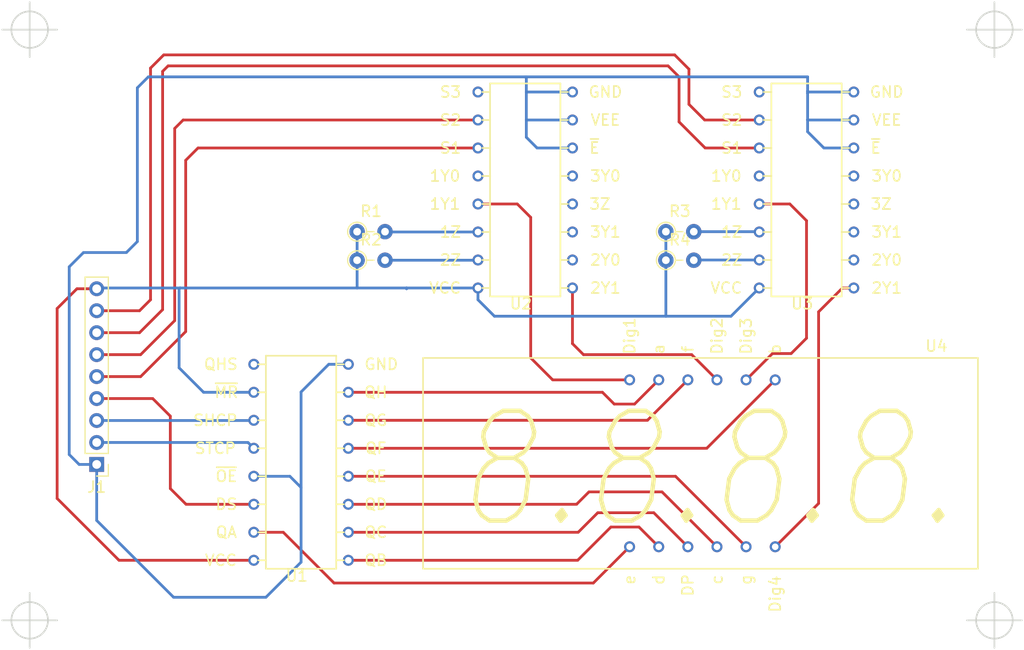
<source format=kicad_pcb>
(kicad_pcb (version 4) (host pcbnew 4.0.6-e0-6349~53~ubuntu14.04.1)

  (general
    (links 39)
    (no_connects 0)
    (area 143.4 75.9 238.3 135.1)
    (thickness 1.6)
    (drawings 8)
    (tracks 162)
    (zones 0)
    (modules 9)
    (nets 39)
  )

  (page A4)
  (layers
    (0 F.Cu signal)
    (31 B.Cu signal)
    (32 B.Adhes user)
    (33 F.Adhes user)
    (34 B.Paste user)
    (35 F.Paste user)
    (36 B.SilkS user)
    (37 F.SilkS user)
    (38 B.Mask user)
    (39 F.Mask user)
    (40 Dwgs.User user)
    (41 Cmts.User user)
    (42 Eco1.User user)
    (43 Eco2.User user)
    (44 Edge.Cuts user)
    (45 Margin user)
    (46 B.CrtYd user)
    (47 F.CrtYd user)
    (48 B.Fab user)
    (49 F.Fab user)
  )

  (setup
    (last_trace_width 0.25)
    (trace_clearance 0.2)
    (zone_clearance 0.508)
    (zone_45_only no)
    (trace_min 0.2)
    (segment_width 0.2)
    (edge_width 0.15)
    (via_size 0.6)
    (via_drill 0.4)
    (via_min_size 0.4)
    (via_min_drill 0.3)
    (uvia_size 0.3)
    (uvia_drill 0.1)
    (uvias_allowed no)
    (uvia_min_size 0.2)
    (uvia_min_drill 0.1)
    (pcb_text_width 0.3)
    (pcb_text_size 1.5 1.5)
    (mod_edge_width 0.15)
    (mod_text_size 1 1)
    (mod_text_width 0.15)
    (pad_size 1.2 0.9)
    (pad_drill 0)
    (pad_to_mask_clearance 0.2)
    (aux_axis_origin 0 0)
    (visible_elements FFFFFF7F)
    (pcbplotparams
      (layerselection 0x00030_80000001)
      (usegerberextensions false)
      (excludeedgelayer true)
      (linewidth 0.100000)
      (plotframeref false)
      (viasonmask false)
      (mode 1)
      (useauxorigin false)
      (hpglpennumber 1)
      (hpglpenspeed 20)
      (hpglpendiameter 15)
      (hpglpenoverlay 2)
      (psnegative false)
      (psa4output false)
      (plotreference true)
      (plotvalue true)
      (plotinvisibletext false)
      (padsonsilk false)
      (subtractmaskfromsilk false)
      (outputformat 1)
      (mirror false)
      (drillshape 1)
      (scaleselection 1)
      (outputdirectory ""))
  )

  (net 0 "")
  (net 1 "Net-(J1-Pad2)")
  (net 2 "Net-(J1-Pad3)")
  (net 3 /D1S)
  (net 4 /D2S)
  (net 5 /D3S)
  (net 6 /D4S)
  (net 7 /VDD)
  (net 8 "Net-(R1-Pad2)")
  (net 9 "Net-(R2-Pad2)")
  (net 10 "Net-(R3-Pad2)")
  (net 11 "Net-(R4-Pad2)")
  (net 12 "Net-(U1-Pad15)")
  (net 13 /GND)
  (net 14 "Net-(U1-Pad9)")
  (net 15 "Net-(U1-Pad7)")
  (net 16 "Net-(U1-Pad6)")
  (net 17 "Net-(U1-Pad5)")
  (net 18 "Net-(U1-Pad3)")
  (net 19 "Net-(U1-Pad4)")
  (net 20 "Net-(U1-Pad2)")
  (net 21 "Net-(U1-Pad1)")
  (net 22 /Dig4)
  (net 23 "Net-(U2-Pad12)")
  (net 24 "Net-(U2-Pad5)")
  (net 25 /Dig2)
  (net 26 "Net-(U2-Pad2)")
  (net 27 /Dig3)
  (net 28 /Dig1)
  (net 29 "Net-(U3-Pad12)")
  (net 30 "Net-(U3-Pad9)")
  (net 31 "Net-(U3-Pad5)")
  (net 32 "Net-(U3-Pad3)")
  (net 33 "Net-(U3-Pad4)")
  (net 34 "Net-(U3-Pad2)")
  (net 35 "Net-(J1-Pad4)")
  (net 36 "Net-(U2-Pad9)")
  (net 37 "Net-(U2-Pad3)")
  (net 38 "Net-(U2-Pad4)")

  (net_class Default "This is the default net class."
    (clearance 0.2)
    (trace_width 0.25)
    (via_dia 0.6)
    (via_drill 0.4)
    (uvia_dia 0.3)
    (uvia_drill 0.1)
    (add_net /D1S)
    (add_net /D2S)
    (add_net /D3S)
    (add_net /D4S)
    (add_net /Dig1)
    (add_net /Dig2)
    (add_net /Dig3)
    (add_net /Dig4)
    (add_net /GND)
    (add_net /VDD)
    (add_net "Net-(J1-Pad2)")
    (add_net "Net-(J1-Pad3)")
    (add_net "Net-(J1-Pad4)")
    (add_net "Net-(R1-Pad2)")
    (add_net "Net-(R2-Pad2)")
    (add_net "Net-(R3-Pad2)")
    (add_net "Net-(R4-Pad2)")
    (add_net "Net-(U1-Pad1)")
    (add_net "Net-(U1-Pad15)")
    (add_net "Net-(U1-Pad2)")
    (add_net "Net-(U1-Pad3)")
    (add_net "Net-(U1-Pad4)")
    (add_net "Net-(U1-Pad5)")
    (add_net "Net-(U1-Pad6)")
    (add_net "Net-(U1-Pad7)")
    (add_net "Net-(U1-Pad9)")
    (add_net "Net-(U2-Pad12)")
    (add_net "Net-(U2-Pad2)")
    (add_net "Net-(U2-Pad3)")
    (add_net "Net-(U2-Pad4)")
    (add_net "Net-(U2-Pad5)")
    (add_net "Net-(U2-Pad9)")
    (add_net "Net-(U3-Pad12)")
    (add_net "Net-(U3-Pad2)")
    (add_net "Net-(U3-Pad3)")
    (add_net "Net-(U3-Pad4)")
    (add_net "Net-(U3-Pad5)")
    (add_net "Net-(U3-Pad9)")
  )

  (module Pin_Headers:Pin_Header_Straight_1x09_Pitch2.00mm (layer F.Cu) (tedit 58CD4EC9) (tstamp 59594A9B)
    (at 151.7 118.2 180)
    (descr "Through hole straight pin header, 1x09, 2.00mm pitch, single row")
    (tags "Through hole pin header THT 1x09 2.00mm single row")
    (path /595778F0)
    (fp_text reference J1 (at 0 -2.06 180) (layer F.SilkS)
      (effects (font (size 1 1) (thickness 0.15)))
    )
    (fp_text value CONN_01X09 (at 0 18.06 180) (layer F.Fab)
      (effects (font (size 1 1) (thickness 0.15)))
    )
    (fp_line (start -1 -1) (end -1 17) (layer F.Fab) (width 0.1))
    (fp_line (start -1 17) (end 1 17) (layer F.Fab) (width 0.1))
    (fp_line (start 1 17) (end 1 -1) (layer F.Fab) (width 0.1))
    (fp_line (start 1 -1) (end -1 -1) (layer F.Fab) (width 0.1))
    (fp_line (start -1.06 1) (end -1.06 17.06) (layer F.SilkS) (width 0.12))
    (fp_line (start -1.06 17.06) (end 1.06 17.06) (layer F.SilkS) (width 0.12))
    (fp_line (start 1.06 17.06) (end 1.06 1) (layer F.SilkS) (width 0.12))
    (fp_line (start 1.06 1) (end -1.06 1) (layer F.SilkS) (width 0.12))
    (fp_line (start -1.06 0) (end -1.06 -1.06) (layer F.SilkS) (width 0.12))
    (fp_line (start -1.06 -1.06) (end 0 -1.06) (layer F.SilkS) (width 0.12))
    (fp_line (start -1.5 -1.5) (end -1.5 17.5) (layer F.CrtYd) (width 0.05))
    (fp_line (start -1.5 17.5) (end 1.5 17.5) (layer F.CrtYd) (width 0.05))
    (fp_line (start 1.5 17.5) (end 1.5 -1.5) (layer F.CrtYd) (width 0.05))
    (fp_line (start 1.5 -1.5) (end -1.5 -1.5) (layer F.CrtYd) (width 0.05))
    (fp_text user %R (at 0 -2.06 180) (layer F.Fab)
      (effects (font (size 1 1) (thickness 0.15)))
    )
    (pad 1 thru_hole rect (at 0 0 180) (size 1.35 1.35) (drill 0.8) (layers *.Cu *.Mask)
      (net 13 /GND))
    (pad 2 thru_hole oval (at 0 2 180) (size 1.35 1.35) (drill 0.8) (layers *.Cu *.Mask)
      (net 1 "Net-(J1-Pad2)"))
    (pad 3 thru_hole oval (at 0 4 180) (size 1.35 1.35) (drill 0.8) (layers *.Cu *.Mask)
      (net 2 "Net-(J1-Pad3)"))
    (pad 4 thru_hole oval (at 0 6 180) (size 1.35 1.35) (drill 0.8) (layers *.Cu *.Mask)
      (net 35 "Net-(J1-Pad4)"))
    (pad 5 thru_hole oval (at 0 8 180) (size 1.35 1.35) (drill 0.8) (layers *.Cu *.Mask)
      (net 3 /D1S))
    (pad 6 thru_hole oval (at 0 10 180) (size 1.35 1.35) (drill 0.8) (layers *.Cu *.Mask)
      (net 4 /D2S))
    (pad 7 thru_hole oval (at 0 12 180) (size 1.35 1.35) (drill 0.8) (layers *.Cu *.Mask)
      (net 5 /D3S))
    (pad 8 thru_hole oval (at 0 14 180) (size 1.35 1.35) (drill 0.8) (layers *.Cu *.Mask)
      (net 6 /D4S))
    (pad 9 thru_hole oval (at 0 16 180) (size 1.35 1.35) (drill 0.8) (layers *.Cu *.Mask)
      (net 7 /VDD))
    (model ${KISYS3DMOD}/Pin_Headers.3dshapes/Pin_Header_Straight_1x09_Pitch2.00mm.wrl
      (at (xyz 0 0 0))
      (scale (xyz 1 1 1))
      (rotate (xyz 0 0 0))
    )
  )

  (module Resistors_THT:R_Axial_DIN0204_L3.6mm_D1.6mm_P2.54mm_Vertical (layer F.Cu) (tedit 5874F706) (tstamp 59594AA9)
    (at 175.4 97)
    (descr "Resistor, Axial_DIN0204 series, Axial, Vertical, pin pitch=2.54mm, 0.16666666666666666W = 1/6W, length*diameter=3.6*1.6mm^2, http://cdn-reichelt.de/documents/datenblatt/B400/1_4W%23YAG.pdf")
    (tags "Resistor Axial_DIN0204 series Axial Vertical pin pitch 2.54mm 0.16666666666666666W = 1/6W length 3.6mm diameter 1.6mm")
    (path /59578BD4)
    (fp_text reference R1 (at 1.27 -1.86) (layer F.SilkS)
      (effects (font (size 1 1) (thickness 0.15)))
    )
    (fp_text value 650 (at 1.27 1.86) (layer F.Fab)
      (effects (font (size 1 1) (thickness 0.15)))
    )
    (fp_circle (center 0 0) (end 0.8 0) (layer F.Fab) (width 0.1))
    (fp_circle (center 0 0) (end 0.86 0) (layer F.SilkS) (width 0.12))
    (fp_line (start 0 0) (end 2.54 0) (layer F.Fab) (width 0.1))
    (fp_line (start 0.86 0) (end 1.54 0) (layer F.SilkS) (width 0.12))
    (fp_line (start -1.15 -1.15) (end -1.15 1.15) (layer F.CrtYd) (width 0.05))
    (fp_line (start -1.15 1.15) (end 3.55 1.15) (layer F.CrtYd) (width 0.05))
    (fp_line (start 3.55 1.15) (end 3.55 -1.15) (layer F.CrtYd) (width 0.05))
    (fp_line (start 3.55 -1.15) (end -1.15 -1.15) (layer F.CrtYd) (width 0.05))
    (pad 1 thru_hole circle (at 0 0) (size 1.4 1.4) (drill 0.7) (layers *.Cu *.Mask)
      (net 7 /VDD))
    (pad 2 thru_hole oval (at 2.54 0) (size 1.4 1.4) (drill 0.7) (layers *.Cu *.Mask)
      (net 8 "Net-(R1-Pad2)"))
    (model Resistors_THT.3dshapes/R_Axial_DIN0204_L3.6mm_D1.6mm_P2.54mm_Vertical.wrl
      (at (xyz 0 0 0))
      (scale (xyz 0.393701 0.393701 0.393701))
      (rotate (xyz 0 0 0))
    )
  )

  (module Resistors_THT:R_Axial_DIN0204_L3.6mm_D1.6mm_P2.54mm_Vertical (layer F.Cu) (tedit 5874F706) (tstamp 59594AB7)
    (at 175.4 99.6)
    (descr "Resistor, Axial_DIN0204 series, Axial, Vertical, pin pitch=2.54mm, 0.16666666666666666W = 1/6W, length*diameter=3.6*1.6mm^2, http://cdn-reichelt.de/documents/datenblatt/B400/1_4W%23YAG.pdf")
    (tags "Resistor Axial_DIN0204 series Axial Vertical pin pitch 2.54mm 0.16666666666666666W = 1/6W length 3.6mm diameter 1.6mm")
    (path /59578B86)
    (fp_text reference R2 (at 1.27 -1.86) (layer F.SilkS)
      (effects (font (size 1 1) (thickness 0.15)))
    )
    (fp_text value 650 (at 1.27 1.86) (layer F.Fab)
      (effects (font (size 1 1) (thickness 0.15)))
    )
    (fp_circle (center 0 0) (end 0.8 0) (layer F.Fab) (width 0.1))
    (fp_circle (center 0 0) (end 0.86 0) (layer F.SilkS) (width 0.12))
    (fp_line (start 0 0) (end 2.54 0) (layer F.Fab) (width 0.1))
    (fp_line (start 0.86 0) (end 1.54 0) (layer F.SilkS) (width 0.12))
    (fp_line (start -1.15 -1.15) (end -1.15 1.15) (layer F.CrtYd) (width 0.05))
    (fp_line (start -1.15 1.15) (end 3.55 1.15) (layer F.CrtYd) (width 0.05))
    (fp_line (start 3.55 1.15) (end 3.55 -1.15) (layer F.CrtYd) (width 0.05))
    (fp_line (start 3.55 -1.15) (end -1.15 -1.15) (layer F.CrtYd) (width 0.05))
    (pad 1 thru_hole circle (at 0 0) (size 1.4 1.4) (drill 0.7) (layers *.Cu *.Mask)
      (net 7 /VDD))
    (pad 2 thru_hole oval (at 2.54 0) (size 1.4 1.4) (drill 0.7) (layers *.Cu *.Mask)
      (net 9 "Net-(R2-Pad2)"))
    (model Resistors_THT.3dshapes/R_Axial_DIN0204_L3.6mm_D1.6mm_P2.54mm_Vertical.wrl
      (at (xyz 0 0 0))
      (scale (xyz 0.393701 0.393701 0.393701))
      (rotate (xyz 0 0 0))
    )
  )

  (module Resistors_THT:R_Axial_DIN0204_L3.6mm_D1.6mm_P2.54mm_Vertical (layer F.Cu) (tedit 5874F706) (tstamp 59594AC5)
    (at 203.5 97)
    (descr "Resistor, Axial_DIN0204 series, Axial, Vertical, pin pitch=2.54mm, 0.16666666666666666W = 1/6W, length*diameter=3.6*1.6mm^2, http://cdn-reichelt.de/documents/datenblatt/B400/1_4W%23YAG.pdf")
    (tags "Resistor Axial_DIN0204 series Axial Vertical pin pitch 2.54mm 0.16666666666666666W = 1/6W length 3.6mm diameter 1.6mm")
    (path /59578911)
    (fp_text reference R3 (at 1.27 -1.86) (layer F.SilkS)
      (effects (font (size 1 1) (thickness 0.15)))
    )
    (fp_text value 650 (at 1.27 1.86) (layer F.Fab)
      (effects (font (size 1 1) (thickness 0.15)))
    )
    (fp_circle (center 0 0) (end 0.8 0) (layer F.Fab) (width 0.1))
    (fp_circle (center 0 0) (end 0.86 0) (layer F.SilkS) (width 0.12))
    (fp_line (start 0 0) (end 2.54 0) (layer F.Fab) (width 0.1))
    (fp_line (start 0.86 0) (end 1.54 0) (layer F.SilkS) (width 0.12))
    (fp_line (start -1.15 -1.15) (end -1.15 1.15) (layer F.CrtYd) (width 0.05))
    (fp_line (start -1.15 1.15) (end 3.55 1.15) (layer F.CrtYd) (width 0.05))
    (fp_line (start 3.55 1.15) (end 3.55 -1.15) (layer F.CrtYd) (width 0.05))
    (fp_line (start 3.55 -1.15) (end -1.15 -1.15) (layer F.CrtYd) (width 0.05))
    (pad 1 thru_hole circle (at 0 0) (size 1.4 1.4) (drill 0.7) (layers *.Cu *.Mask)
      (net 7 /VDD))
    (pad 2 thru_hole oval (at 2.54 0) (size 1.4 1.4) (drill 0.7) (layers *.Cu *.Mask)
      (net 10 "Net-(R3-Pad2)"))
    (model Resistors_THT.3dshapes/R_Axial_DIN0204_L3.6mm_D1.6mm_P2.54mm_Vertical.wrl
      (at (xyz 0 0 0))
      (scale (xyz 0.393701 0.393701 0.393701))
      (rotate (xyz 0 0 0))
    )
  )

  (module Resistors_THT:R_Axial_DIN0204_L3.6mm_D1.6mm_P2.54mm_Vertical (layer F.Cu) (tedit 5874F706) (tstamp 59594AD3)
    (at 203.5 99.6)
    (descr "Resistor, Axial_DIN0204 series, Axial, Vertical, pin pitch=2.54mm, 0.16666666666666666W = 1/6W, length*diameter=3.6*1.6mm^2, http://cdn-reichelt.de/documents/datenblatt/B400/1_4W%23YAG.pdf")
    (tags "Resistor Axial_DIN0204 series Axial Vertical pin pitch 2.54mm 0.16666666666666666W = 1/6W length 3.6mm diameter 1.6mm")
    (path /59578B4B)
    (fp_text reference R4 (at 1.27 -1.86) (layer F.SilkS)
      (effects (font (size 1 1) (thickness 0.15)))
    )
    (fp_text value 650 (at 1.27 1.86) (layer F.Fab)
      (effects (font (size 1 1) (thickness 0.15)))
    )
    (fp_circle (center 0 0) (end 0.8 0) (layer F.Fab) (width 0.1))
    (fp_circle (center 0 0) (end 0.86 0) (layer F.SilkS) (width 0.12))
    (fp_line (start 0 0) (end 2.54 0) (layer F.Fab) (width 0.1))
    (fp_line (start 0.86 0) (end 1.54 0) (layer F.SilkS) (width 0.12))
    (fp_line (start -1.15 -1.15) (end -1.15 1.15) (layer F.CrtYd) (width 0.05))
    (fp_line (start -1.15 1.15) (end 3.55 1.15) (layer F.CrtYd) (width 0.05))
    (fp_line (start 3.55 1.15) (end 3.55 -1.15) (layer F.CrtYd) (width 0.05))
    (fp_line (start 3.55 -1.15) (end -1.15 -1.15) (layer F.CrtYd) (width 0.05))
    (pad 1 thru_hole circle (at 0 0) (size 1.4 1.4) (drill 0.7) (layers *.Cu *.Mask)
      (net 7 /VDD))
    (pad 2 thru_hole oval (at 2.54 0) (size 1.4 1.4) (drill 0.7) (layers *.Cu *.Mask)
      (net 11 "Net-(R4-Pad2)"))
    (model Resistors_THT.3dshapes/R_Axial_DIN0204_L3.6mm_D1.6mm_P2.54mm_Vertical.wrl
      (at (xyz 0 0 0))
      (scale (xyz 0.393701 0.393701 0.393701))
      (rotate (xyz 0 0 0))
    )
  )

  (module SegDispl:74HC595 (layer F.Cu) (tedit 5957B7BC) (tstamp 59594B0B)
    (at 174.6 127.7 180)
    (path /5957B398)
    (fp_text reference U1 (at 4.69 -0.66 180) (layer F.SilkS)
      (effects (font (size 1 1) (thickness 0.15)))
    )
    (fp_text value 74HC595-2 (at 4.44 9.44 270) (layer F.Fab)
      (effects (font (size 1 1) (thickness 0.15)))
    )
    (fp_line (start 8.2 0.77) (end 7.5 0.77) (layer F.SilkS) (width 0.15))
    (fp_line (start 8.2 3.32) (end 7.5 3.32) (layer F.SilkS) (width 0.15))
    (fp_line (start 8.2 5.87) (end 7.5 5.87) (layer F.SilkS) (width 0.15))
    (fp_line (start 8.2 8.42) (end 7.5 8.42) (layer F.SilkS) (width 0.15))
    (fp_line (start 8.2 10.97) (end 7.5 10.97) (layer F.SilkS) (width 0.15))
    (fp_line (start 8.2 13.52) (end 7.5 13.52) (layer F.SilkS) (width 0.15))
    (fp_line (start 8.2 16.07) (end 7.5 16.07) (layer F.SilkS) (width 0.15))
    (fp_line (start 8.2 18.62) (end 7.5 18.62) (layer F.SilkS) (width 0.15))
    (fp_line (start 0.41 18.62) (end 1.1 18.62) (layer F.SilkS) (width 0.15))
    (fp_line (start 0.41 16.07) (end 1.1 16.07) (layer F.SilkS) (width 0.15))
    (fp_line (start 0.41 13.52) (end 1.09 13.52) (layer F.SilkS) (width 0.15))
    (fp_line (start 0.41 10.97) (end 1.1 10.97) (layer F.SilkS) (width 0.15))
    (fp_line (start 0.41 8.42) (end 1.1 8.42) (layer F.SilkS) (width 0.15))
    (fp_line (start 0.41 5.87) (end 1.1 5.87) (layer F.SilkS) (width 0.15))
    (fp_line (start 0.41 3.32) (end 1.1 3.32) (layer F.SilkS) (width 0.15))
    (fp_line (start 0.41 0.77) (end 1.1 0.77) (layer F.SilkS) (width 0.15))
    (fp_text user VCC (at 11.6 0.77 180) (layer F.SilkS)
      (effects (font (size 1 1) (thickness 0.15)))
    )
    (fp_text user QA (at 11.1 3.32 180) (layer F.SilkS)
      (effects (font (size 1 1) (thickness 0.15)))
    )
    (fp_text user DS (at 11.1 5.87 180) (layer F.SilkS)
      (effects (font (size 1 1) (thickness 0.15)))
    )
    (fp_text user ~OE (at 11.1 8.42 180) (layer F.SilkS)
      (effects (font (size 1 1) (thickness 0.15)))
    )
    (fp_text user STCP (at 12.1 10.97 180) (layer F.SilkS)
      (effects (font (size 1 1) (thickness 0.15)))
    )
    (fp_text user SHCP (at 12.1 13.52 180) (layer F.SilkS)
      (effects (font (size 1 1) (thickness 0.15)))
    )
    (fp_text user ~MR (at 11.1 16.07 180) (layer F.SilkS)
      (effects (font (size 1 1) (thickness 0.15)))
    )
    (fp_text user QHS (at 11.6 18.62 180) (layer F.SilkS)
      (effects (font (size 1 1) (thickness 0.15)))
    )
    (fp_text user GND (at -3 18.62 180) (layer F.SilkS)
      (effects (font (size 1 1) (thickness 0.15)))
    )
    (fp_text user QH (at -2.5 16.07 180) (layer F.SilkS)
      (effects (font (size 1 1) (thickness 0.15)))
    )
    (fp_text user QG (at -2.5 13.52 180) (layer F.SilkS)
      (effects (font (size 1 1) (thickness 0.15)))
    )
    (fp_text user QF (at -2.5 10.97 180) (layer F.SilkS)
      (effects (font (size 1 1) (thickness 0.15)))
    )
    (fp_text user QE (at -2.5 8.42 180) (layer F.SilkS)
      (effects (font (size 1 1) (thickness 0.15)))
    )
    (fp_text user QD (at -2.5 5.87 180) (layer F.SilkS)
      (effects (font (size 1 1) (thickness 0.15)))
    )
    (fp_text user QC (at -2.5 3.32 180) (layer F.SilkS)
      (effects (font (size 1 1) (thickness 0.15)))
    )
    (fp_text user QB (at -2.5 0.77 180) (layer F.SilkS)
      (effects (font (size 1 1) (thickness 0.15)))
    )
    (fp_line (start 1.1 0) (end 7.5 0) (layer F.SilkS) (width 0.15))
    (fp_line (start 7.5 0) (end 7.5 19.4) (layer F.SilkS) (width 0.15))
    (fp_line (start 7.5 19.4) (end 1.1 19.4) (layer F.SilkS) (width 0.15))
    (fp_line (start 1.1 19.4) (end 1.1 0) (layer F.SilkS) (width 0.15))
    (pad 16 thru_hole circle (at 8.6 0.77 180) (size 1 1) (drill 0.6) (layers *.Cu *.Mask)
      (net 7 /VDD))
    (pad 15 thru_hole circle (at 8.6 3.32 180) (size 1 1) (drill 0.6) (layers *.Cu *.Mask)
      (net 12 "Net-(U1-Pad15)"))
    (pad 13 thru_hole circle (at 8.6 8.42 180) (size 1 1) (drill 0.6) (layers *.Cu *.Mask)
      (net 13 /GND))
    (pad 14 thru_hole circle (at 8.6 5.87 180) (size 1 1) (drill 0.6) (layers *.Cu *.Mask)
      (net 35 "Net-(J1-Pad4)"))
    (pad 12 thru_hole circle (at 8.6 10.97 180) (size 1 1) (drill 0.6) (layers *.Cu *.Mask)
      (net 1 "Net-(J1-Pad2)"))
    (pad 11 thru_hole circle (at 8.6 13.52 180) (size 1 1) (drill 0.6) (layers *.Cu *.Mask)
      (net 2 "Net-(J1-Pad3)"))
    (pad 9 thru_hole circle (at 8.6 18.62 180) (size 1 1) (drill 0.6) (layers *.Cu *.Mask)
      (net 14 "Net-(U1-Pad9)"))
    (pad 10 thru_hole circle (at 8.6 16.07 180) (size 1 1) (drill 0.6) (layers *.Cu *.Mask)
      (net 7 /VDD))
    (pad 7 thru_hole circle (at 0 16.07 180) (size 1 1) (drill 0.6) (layers *.Cu *.Mask)
      (net 15 "Net-(U1-Pad7)"))
    (pad 8 thru_hole circle (at 0 18.62 180) (size 1 1) (drill 0.6) (layers *.Cu *.Mask)
      (net 13 /GND))
    (pad 6 thru_hole circle (at 0 13.52 180) (size 1 1) (drill 0.6) (layers *.Cu *.Mask)
      (net 16 "Net-(U1-Pad6)"))
    (pad 5 thru_hole circle (at 0 10.97 180) (size 1 1) (drill 0.6) (layers *.Cu *.Mask)
      (net 17 "Net-(U1-Pad5)"))
    (pad 3 thru_hole circle (at 0 5.87 180) (size 1 1) (drill 0.6) (layers *.Cu *.Mask)
      (net 18 "Net-(U1-Pad3)"))
    (pad 4 thru_hole circle (at 0 8.42 180) (size 1 1) (drill 0.6) (layers *.Cu *.Mask)
      (net 19 "Net-(U1-Pad4)"))
    (pad 2 thru_hole circle (at 0 3.32 180) (size 1 1) (drill 0.6) (layers *.Cu *.Mask)
      (net 20 "Net-(U1-Pad2)"))
    (pad 1 thru_hole circle (at 0 0.77 180) (size 1 1) (drill 0.6) (layers *.Cu *.Mask)
      (net 21 "Net-(U1-Pad1)"))
  )

  (module SegDispl:74HC4053 (layer F.Cu) (tedit 595812CC) (tstamp 59594B43)
    (at 195 102.9 180)
    (path /595770CE)
    (fp_text reference U2 (at 4.69 -0.66 180) (layer F.SilkS)
      (effects (font (size 1 1) (thickness 0.15)))
    )
    (fp_text value 74HC4053 (at 4.44 9.44 270) (layer F.Fab)
      (effects (font (size 1 1) (thickness 0.15)))
    )
    (fp_line (start 8.2 0.77) (end 7.5 0.77) (layer F.SilkS) (width 0.15))
    (fp_line (start 8.2 3.32) (end 7.5 3.32) (layer F.SilkS) (width 0.15))
    (fp_line (start 8.2 5.87) (end 7.5 5.87) (layer F.SilkS) (width 0.15))
    (fp_line (start 8.2 8.42) (end 7.5 8.42) (layer F.SilkS) (width 0.15))
    (fp_line (start 8.2 10.97) (end 7.5 10.97) (layer F.SilkS) (width 0.15))
    (fp_line (start 8.2 13.52) (end 7.5 13.52) (layer F.SilkS) (width 0.15))
    (fp_line (start 8.2 16.07) (end 7.5 16.07) (layer F.SilkS) (width 0.15))
    (fp_line (start 8.2 18.62) (end 7.5 18.62) (layer F.SilkS) (width 0.15))
    (fp_line (start 0.41 18.62) (end 1.1 18.62) (layer F.SilkS) (width 0.15))
    (fp_line (start 0.41 16.07) (end 1.1 16.07) (layer F.SilkS) (width 0.15))
    (fp_line (start 0.41 13.52) (end 1.09 13.52) (layer F.SilkS) (width 0.15))
    (fp_line (start 0.41 10.97) (end 1.1 10.97) (layer F.SilkS) (width 0.15))
    (fp_line (start 0.41 8.42) (end 1.1 8.42) (layer F.SilkS) (width 0.15))
    (fp_line (start 0.41 5.87) (end 1.1 5.87) (layer F.SilkS) (width 0.15))
    (fp_line (start 0.41 3.32) (end 1.1 3.32) (layer F.SilkS) (width 0.15))
    (fp_line (start 0.41 0.77) (end 1.1 0.77) (layer F.SilkS) (width 0.15))
    (fp_text user VCC (at 11.6 0.77 180) (layer F.SilkS)
      (effects (font (size 1 1) (thickness 0.15)))
    )
    (fp_text user 2Z (at 11.1 3.32 180) (layer F.SilkS)
      (effects (font (size 1 1) (thickness 0.15)))
    )
    (fp_text user 1Z (at 11.1 5.87 180) (layer F.SilkS)
      (effects (font (size 1 1) (thickness 0.15)))
    )
    (fp_text user 1Y1 (at 11.6 8.42 180) (layer F.SilkS)
      (effects (font (size 1 1) (thickness 0.15)))
    )
    (fp_text user 1Y0 (at 11.6 10.97 180) (layer F.SilkS)
      (effects (font (size 1 1) (thickness 0.15)))
    )
    (fp_text user S1 (at 11.1 13.52 180) (layer F.SilkS)
      (effects (font (size 1 1) (thickness 0.15)))
    )
    (fp_text user S2 (at 11.1 16.07 180) (layer F.SilkS)
      (effects (font (size 1 1) (thickness 0.15)))
    )
    (fp_text user S3 (at 11.1 18.62 180) (layer F.SilkS)
      (effects (font (size 1 1) (thickness 0.15)))
    )
    (fp_text user GND (at -3 18.62 180) (layer F.SilkS)
      (effects (font (size 1 1) (thickness 0.15)))
    )
    (fp_text user VEE (at -3 16.07 180) (layer F.SilkS)
      (effects (font (size 1 1) (thickness 0.15)))
    )
    (fp_text user ~E (at -2 13.52 180) (layer F.SilkS)
      (effects (font (size 1 1) (thickness 0.15)))
    )
    (fp_text user 3Y0 (at -3 10.97 180) (layer F.SilkS)
      (effects (font (size 1 1) (thickness 0.15)))
    )
    (fp_text user 3Z (at -2.5 8.42 180) (layer F.SilkS)
      (effects (font (size 1 1) (thickness 0.15)))
    )
    (fp_text user 3Y1 (at -3 5.87 180) (layer F.SilkS)
      (effects (font (size 1 1) (thickness 0.15)))
    )
    (fp_text user 2Y0 (at -3 3.32 180) (layer F.SilkS)
      (effects (font (size 1 1) (thickness 0.15)))
    )
    (fp_text user 2Y1 (at -3 0.77 180) (layer F.SilkS)
      (effects (font (size 1 1) (thickness 0.15)))
    )
    (fp_line (start 1.1 0) (end 7.5 0) (layer F.SilkS) (width 0.15))
    (fp_line (start 7.5 0) (end 7.5 19.4) (layer F.SilkS) (width 0.15))
    (fp_line (start 7.5 19.4) (end 1.1 19.4) (layer F.SilkS) (width 0.15))
    (fp_line (start 1.1 19.4) (end 1.1 0) (layer F.SilkS) (width 0.15))
    (pad 16 thru_hole circle (at 8.6 0.77 180) (size 1 1) (drill 0.6) (layers *.Cu *.Mask)
      (net 7 /VDD))
    (pad 15 thru_hole circle (at 8.6 3.32 180) (size 1 1) (drill 0.6) (layers *.Cu *.Mask)
      (net 9 "Net-(R2-Pad2)"))
    (pad 13 thru_hole circle (at 8.6 8.42 180) (size 1 1) (drill 0.6) (layers *.Cu *.Mask)
      (net 28 /Dig1))
    (pad 14 thru_hole circle (at 8.6 5.87 180) (size 1 1) (drill 0.6) (layers *.Cu *.Mask)
      (net 8 "Net-(R1-Pad2)"))
    (pad 12 thru_hole circle (at 8.6 10.97 180) (size 1 1) (drill 0.6) (layers *.Cu *.Mask)
      (net 23 "Net-(U2-Pad12)"))
    (pad 11 thru_hole circle (at 8.6 13.52 180) (size 1 1) (drill 0.6) (layers *.Cu *.Mask)
      (net 3 /D1S))
    (pad 9 thru_hole circle (at 8.6 18.62 180) (size 1 1) (drill 0.6) (layers *.Cu *.Mask)
      (net 36 "Net-(U2-Pad9)"))
    (pad 10 thru_hole circle (at 8.6 16.07 180) (size 1 1) (drill 0.6) (layers *.Cu *.Mask)
      (net 4 /D2S))
    (pad 7 thru_hole circle (at 0 16.07 180) (size 1 1) (drill 0.6) (layers *.Cu *.Mask)
      (net 13 /GND))
    (pad 8 thru_hole circle (at 0 18.62 180) (size 1 1) (drill 0.6) (layers *.Cu *.Mask)
      (net 13 /GND))
    (pad 6 thru_hole circle (at 0 13.52 180) (size 1 1) (drill 0.6) (layers *.Cu *.Mask)
      (net 13 /GND))
    (pad 5 thru_hole circle (at 0 10.97 180) (size 1 1) (drill 0.6) (layers *.Cu *.Mask)
      (net 24 "Net-(U2-Pad5)"))
    (pad 3 thru_hole circle (at 0 5.87 180) (size 1 1) (drill 0.6) (layers *.Cu *.Mask)
      (net 37 "Net-(U2-Pad3)"))
    (pad 4 thru_hole circle (at 0 8.42 180) (size 1 1) (drill 0.6) (layers *.Cu *.Mask)
      (net 38 "Net-(U2-Pad4)"))
    (pad 2 thru_hole circle (at 0 3.32 180) (size 1 1) (drill 0.6) (layers *.Cu *.Mask)
      (net 26 "Net-(U2-Pad2)"))
    (pad 1 thru_hole circle (at 0 0.77 180) (size 1 1) (drill 0.6) (layers *.Cu *.Mask)
      (net 25 /Dig2))
  )

  (module SegDispl:74HC4053 (layer F.Cu) (tedit 595812CC) (tstamp 59594B7B)
    (at 220.6 102.9 180)
    (path /5957754E)
    (fp_text reference U3 (at 4.69 -0.66 180) (layer F.SilkS)
      (effects (font (size 1 1) (thickness 0.15)))
    )
    (fp_text value 74HC4053 (at 4.44 9.44 270) (layer F.Fab)
      (effects (font (size 1 1) (thickness 0.15)))
    )
    (fp_line (start 8.2 0.77) (end 7.5 0.77) (layer F.SilkS) (width 0.15))
    (fp_line (start 8.2 3.32) (end 7.5 3.32) (layer F.SilkS) (width 0.15))
    (fp_line (start 8.2 5.87) (end 7.5 5.87) (layer F.SilkS) (width 0.15))
    (fp_line (start 8.2 8.42) (end 7.5 8.42) (layer F.SilkS) (width 0.15))
    (fp_line (start 8.2 10.97) (end 7.5 10.97) (layer F.SilkS) (width 0.15))
    (fp_line (start 8.2 13.52) (end 7.5 13.52) (layer F.SilkS) (width 0.15))
    (fp_line (start 8.2 16.07) (end 7.5 16.07) (layer F.SilkS) (width 0.15))
    (fp_line (start 8.2 18.62) (end 7.5 18.62) (layer F.SilkS) (width 0.15))
    (fp_line (start 0.41 18.62) (end 1.1 18.62) (layer F.SilkS) (width 0.15))
    (fp_line (start 0.41 16.07) (end 1.1 16.07) (layer F.SilkS) (width 0.15))
    (fp_line (start 0.41 13.52) (end 1.09 13.52) (layer F.SilkS) (width 0.15))
    (fp_line (start 0.41 10.97) (end 1.1 10.97) (layer F.SilkS) (width 0.15))
    (fp_line (start 0.41 8.42) (end 1.1 8.42) (layer F.SilkS) (width 0.15))
    (fp_line (start 0.41 5.87) (end 1.1 5.87) (layer F.SilkS) (width 0.15))
    (fp_line (start 0.41 3.32) (end 1.1 3.32) (layer F.SilkS) (width 0.15))
    (fp_line (start 0.41 0.77) (end 1.1 0.77) (layer F.SilkS) (width 0.15))
    (fp_text user VCC (at 11.6 0.77 180) (layer F.SilkS)
      (effects (font (size 1 1) (thickness 0.15)))
    )
    (fp_text user 2Z (at 11.1 3.32 180) (layer F.SilkS)
      (effects (font (size 1 1) (thickness 0.15)))
    )
    (fp_text user 1Z (at 11.1 5.87 180) (layer F.SilkS)
      (effects (font (size 1 1) (thickness 0.15)))
    )
    (fp_text user 1Y1 (at 11.6 8.42 180) (layer F.SilkS)
      (effects (font (size 1 1) (thickness 0.15)))
    )
    (fp_text user 1Y0 (at 11.6 10.97 180) (layer F.SilkS)
      (effects (font (size 1 1) (thickness 0.15)))
    )
    (fp_text user S1 (at 11.1 13.52 180) (layer F.SilkS)
      (effects (font (size 1 1) (thickness 0.15)))
    )
    (fp_text user S2 (at 11.1 16.07 180) (layer F.SilkS)
      (effects (font (size 1 1) (thickness 0.15)))
    )
    (fp_text user S3 (at 11.1 18.62 180) (layer F.SilkS)
      (effects (font (size 1 1) (thickness 0.15)))
    )
    (fp_text user GND (at -3 18.62 180) (layer F.SilkS)
      (effects (font (size 1 1) (thickness 0.15)))
    )
    (fp_text user VEE (at -3 16.07 180) (layer F.SilkS)
      (effects (font (size 1 1) (thickness 0.15)))
    )
    (fp_text user ~E (at -2 13.52 180) (layer F.SilkS)
      (effects (font (size 1 1) (thickness 0.15)))
    )
    (fp_text user 3Y0 (at -3 10.97 180) (layer F.SilkS)
      (effects (font (size 1 1) (thickness 0.15)))
    )
    (fp_text user 3Z (at -2.5 8.42 180) (layer F.SilkS)
      (effects (font (size 1 1) (thickness 0.15)))
    )
    (fp_text user 3Y1 (at -3 5.87 180) (layer F.SilkS)
      (effects (font (size 1 1) (thickness 0.15)))
    )
    (fp_text user 2Y0 (at -3 3.32 180) (layer F.SilkS)
      (effects (font (size 1 1) (thickness 0.15)))
    )
    (fp_text user 2Y1 (at -3 0.77 180) (layer F.SilkS)
      (effects (font (size 1 1) (thickness 0.15)))
    )
    (fp_line (start 1.1 0) (end 7.5 0) (layer F.SilkS) (width 0.15))
    (fp_line (start 7.5 0) (end 7.5 19.4) (layer F.SilkS) (width 0.15))
    (fp_line (start 7.5 19.4) (end 1.1 19.4) (layer F.SilkS) (width 0.15))
    (fp_line (start 1.1 19.4) (end 1.1 0) (layer F.SilkS) (width 0.15))
    (pad 16 thru_hole circle (at 8.6 0.77 180) (size 1 1) (drill 0.6) (layers *.Cu *.Mask)
      (net 7 /VDD))
    (pad 15 thru_hole circle (at 8.6 3.32 180) (size 1 1) (drill 0.6) (layers *.Cu *.Mask)
      (net 11 "Net-(R4-Pad2)"))
    (pad 13 thru_hole circle (at 8.6 8.42 180) (size 1 1) (drill 0.6) (layers *.Cu *.Mask)
      (net 27 /Dig3))
    (pad 14 thru_hole circle (at 8.6 5.87 180) (size 1 1) (drill 0.6) (layers *.Cu *.Mask)
      (net 10 "Net-(R3-Pad2)"))
    (pad 12 thru_hole circle (at 8.6 10.97 180) (size 1 1) (drill 0.6) (layers *.Cu *.Mask)
      (net 29 "Net-(U3-Pad12)"))
    (pad 11 thru_hole circle (at 8.6 13.52 180) (size 1 1) (drill 0.6) (layers *.Cu *.Mask)
      (net 5 /D3S))
    (pad 9 thru_hole circle (at 8.6 18.62 180) (size 1 1) (drill 0.6) (layers *.Cu *.Mask)
      (net 30 "Net-(U3-Pad9)"))
    (pad 10 thru_hole circle (at 8.6 16.07 180) (size 1 1) (drill 0.6) (layers *.Cu *.Mask)
      (net 6 /D4S))
    (pad 7 thru_hole circle (at 0 16.07 180) (size 1 1) (drill 0.6) (layers *.Cu *.Mask)
      (net 13 /GND))
    (pad 8 thru_hole circle (at 0 18.62 180) (size 1 1) (drill 0.6) (layers *.Cu *.Mask)
      (net 13 /GND))
    (pad 6 thru_hole circle (at 0 13.52 180) (size 1 1) (drill 0.6) (layers *.Cu *.Mask)
      (net 13 /GND))
    (pad 5 thru_hole circle (at 0 10.97 180) (size 1 1) (drill 0.6) (layers *.Cu *.Mask)
      (net 31 "Net-(U3-Pad5)"))
    (pad 3 thru_hole circle (at 0 5.87 180) (size 1 1) (drill 0.6) (layers *.Cu *.Mask)
      (net 32 "Net-(U3-Pad3)"))
    (pad 4 thru_hole circle (at 0 8.42 180) (size 1 1) (drill 0.6) (layers *.Cu *.Mask)
      (net 33 "Net-(U3-Pad4)"))
    (pad 2 thru_hole circle (at 0 3.32 180) (size 1 1) (drill 0.6) (layers *.Cu *.Mask)
      (net 34 "Net-(U3-Pad2)"))
    (pad 1 thru_hole circle (at 0 0.77 180) (size 1 1) (drill 0.6) (layers *.Cu *.Mask)
      (net 22 /Dig4))
  )

  (module SegDispl:FJ-5461BH (layer F.Cu) (tedit 59581C57) (tstamp 59594B9C)
    (at 181.4 108.5)
    (path /5957766B)
    (fp_text reference U4 (at 46.72 -1.08) (layer F.SilkS)
      (effects (font (size 1 1) (thickness 0.15)))
    )
    (fp_text value FJ-5461BH (at 44.95 17.77) (layer F.Fab)
      (effects (font (size 1 1) (thickness 0.15)))
    )
    (fp_text user 8.8.8.8. (at 25.92 10.21) (layer F.SilkS)
      (effects (font (size 10 8) (thickness 0.4) italic))
    )
    (fp_text user e (at 18.8 20.2 90) (layer F.SilkS)
      (effects (font (size 1 1) (thickness 0.15)))
    )
    (fp_text user d (at 21.45 20.2 90) (layer F.SilkS)
      (effects (font (size 1 1) (thickness 0.15)))
    )
    (fp_text user DP (at 24.1 20.7 90) (layer F.SilkS)
      (effects (font (size 1 1) (thickness 0.15)))
    )
    (fp_text user c (at 26.75 20.2 90) (layer F.SilkS)
      (effects (font (size 1 1) (thickness 0.15)))
    )
    (fp_text user Dig4 (at 32.05 21.5 90) (layer F.SilkS)
      (effects (font (size 1 1) (thickness 0.15)))
    )
    (fp_text user g (at 29.4 20.2 90) (layer F.SilkS)
      (effects (font (size 1 1) (thickness 0.15)))
    )
    (fp_text user b (at 32.05 -0.8 90) (layer F.SilkS)
      (effects (font (size 1 1) (thickness 0.15)))
    )
    (fp_text user f (at 24.1 -0.8 90) (layer F.SilkS)
      (effects (font (size 1 1) (thickness 0.15)))
    )
    (fp_text user a (at 21.45 -0.8 90) (layer F.SilkS)
      (effects (font (size 1 1) (thickness 0.15)))
    )
    (fp_text user Dig3 (at 29.4 -2 90) (layer F.SilkS)
      (effects (font (size 1 1) (thickness 0.15)))
    )
    (fp_text user Dig2 (at 26.75 -2 90) (layer F.SilkS)
      (effects (font (size 1 1) (thickness 0.15)))
    )
    (fp_text user Dig1 (at 18.8 -2 90) (layer F.SilkS)
      (effects (font (size 1 1) (thickness 0.15)))
    )
    (fp_line (start 0 0) (end 50.5 0) (layer F.SilkS) (width 0.15))
    (fp_line (start 50.5 0) (end 50.5 19.2) (layer F.SilkS) (width 0.15))
    (fp_line (start 50.5 19.2) (end 0 19.2) (layer F.SilkS) (width 0.15))
    (fp_line (start 0 19.2) (end 0 0) (layer F.SilkS) (width 0.15))
    (pad 7 thru_hole circle (at 32.05 2) (size 1 1) (drill 0.6) (layers *.Cu *.Mask)
      (net 17 "Net-(U1-Pad5)"))
    (pad 8 thru_hole circle (at 29.4 2) (size 1 1) (drill 0.6) (layers *.Cu *.Mask)
      (net 27 /Dig3))
    (pad 9 thru_hole circle (at 26.75 2) (size 1 1) (drill 0.6) (layers *.Cu *.Mask)
      (net 25 /Dig2))
    (pad 10 thru_hole circle (at 24.1 2) (size 1 1) (drill 0.6) (layers *.Cu *.Mask)
      (net 16 "Net-(U1-Pad6)"))
    (pad 11 thru_hole circle (at 21.45 2) (size 1 1) (drill 0.6) (layers *.Cu *.Mask)
      (net 15 "Net-(U1-Pad7)"))
    (pad 12 thru_hole circle (at 18.8 2) (size 1 1) (drill 0.6) (layers *.Cu *.Mask)
      (net 28 /Dig1))
    (pad 1 thru_hole circle (at 18.8 17.2) (size 1 1) (drill 0.6) (layers *.Cu *.Mask)
      (net 12 "Net-(U1-Pad15)"))
    (pad 2 thru_hole circle (at 21.45 17.2) (size 1 1) (drill 0.6) (layers *.Cu *.Mask)
      (net 21 "Net-(U1-Pad1)"))
    (pad 3 thru_hole circle (at 24.1 17.2) (size 1 1) (drill 0.6) (layers *.Cu *.Mask)
      (net 20 "Net-(U1-Pad2)"))
    (pad 4 thru_hole circle (at 26.75 17.2) (size 1 1) (drill 0.6) (layers *.Cu *.Mask)
      (net 18 "Net-(U1-Pad3)"))
    (pad 5 thru_hole circle (at 29.4 17.2) (size 1 1) (drill 0.6) (layers *.Cu *.Mask)
      (net 19 "Net-(U1-Pad4)"))
    (pad 6 thru_hole circle (at 32.05 17.2) (size 1 1) (drill 0.6) (layers *.Cu *.Mask)
      (net 22 /Dig4))
  )

  (target plus (at 233.4 78.6) (size 5) (width 0.15) (layer Edge.Cuts))
  (target plus (at 233.4 132.4) (size 5) (width 0.15) (layer Edge.Cuts))
  (target plus (at 145.6 132.4) (size 5) (width 0.15) (layer Edge.Cuts))
  (target plus (at 145.6 78.6) (size 5) (width 0.15) (layer Edge.Cuts))
  (gr_line (start 143 135) (end 143 76) (angle 90) (layer Cmts.User) (width 0.2))
  (gr_line (start 236 135) (end 143 135) (angle 90) (layer Cmts.User) (width 0.2))
  (gr_line (start 236 76) (end 236 135) (angle 90) (layer Cmts.User) (width 0.2))
  (gr_line (start 143 76) (end 236 76) (angle 90) (layer Cmts.User) (width 0.2))

  (segment (start 151.7 116.2) (end 165.47 116.2) (width 0.25) (layer B.Cu) (net 1))
  (segment (start 165.47 116.2) (end 166 116.73) (width 0.25) (layer B.Cu) (net 1) (tstamp 59595059))
  (segment (start 151.7 114.2) (end 165.98 114.2) (width 0.25) (layer B.Cu) (net 2))
  (segment (start 165.98 114.2) (end 166 114.18) (width 0.25) (layer B.Cu) (net 2) (tstamp 59595056))
  (segment (start 186.4 89.38) (end 160.92 89.38) (width 0.25) (layer F.Cu) (net 3))
  (segment (start 155.7 110.2) (end 151.7 110.2) (width 0.25) (layer F.Cu) (net 3) (tstamp 595956AF))
  (segment (start 159.8 106.1) (end 155.7 110.2) (width 0.25) (layer F.Cu) (net 3) (tstamp 595956A5))
  (segment (start 159.8 90.5) (end 159.8 106.1) (width 0.25) (layer F.Cu) (net 3) (tstamp 5959569C))
  (segment (start 160.92 89.38) (end 159.8 90.5) (width 0.25) (layer F.Cu) (net 3) (tstamp 59595696))
  (segment (start 151.7 108.2) (end 155.7 108.2) (width 0.25) (layer F.Cu) (net 4))
  (segment (start 159.57 86.83) (end 186.4 86.83) (width 0.25) (layer F.Cu) (net 4) (tstamp 59595692))
  (segment (start 158.8 87.6) (end 159.57 86.83) (width 0.25) (layer F.Cu) (net 4) (tstamp 5959567B))
  (segment (start 158.8 105.1) (end 158.8 87.6) (width 0.25) (layer F.Cu) (net 4) (tstamp 59595675))
  (segment (start 155.7 108.2) (end 158.8 105.1) (width 0.25) (layer F.Cu) (net 4) (tstamp 59595665))
  (segment (start 151.7 106.2) (end 155.6 106.2) (width 0.25) (layer F.Cu) (net 5))
  (segment (start 207.08 89.38) (end 212 89.38) (width 0.25) (layer F.Cu) (net 5) (tstamp 5959565F))
  (segment (start 204.7 87) (end 207.08 89.38) (width 0.25) (layer F.Cu) (net 5) (tstamp 5959565C))
  (segment (start 204.7 82.9) (end 204.7 87) (width 0.25) (layer F.Cu) (net 5) (tstamp 59595657))
  (segment (start 203.7 81.9) (end 204.7 82.9) (width 0.25) (layer F.Cu) (net 5) (tstamp 59595653))
  (segment (start 158.2 81.9) (end 203.7 81.9) (width 0.25) (layer F.Cu) (net 5) (tstamp 5959564D))
  (segment (start 157.7 82.4) (end 158.2 81.9) (width 0.25) (layer F.Cu) (net 5) (tstamp 59595640))
  (segment (start 157.7 104.1) (end 157.7 82.4) (width 0.25) (layer F.Cu) (net 5) (tstamp 59595637))
  (segment (start 155.6 106.2) (end 157.7 104.1) (width 0.25) (layer F.Cu) (net 5) (tstamp 59595636))
  (segment (start 212 86.83) (end 207.03 86.83) (width 0.25) (layer F.Cu) (net 6))
  (segment (start 155.6 104.2) (end 151.7 104.2) (width 0.25) (layer F.Cu) (net 6) (tstamp 59595632))
  (segment (start 156.6 103.2) (end 155.6 104.2) (width 0.25) (layer F.Cu) (net 6) (tstamp 5959562D))
  (segment (start 156.6 82.1) (end 156.6 103.2) (width 0.25) (layer F.Cu) (net 6) (tstamp 59595618))
  (segment (start 157.8 80.9) (end 156.6 82.1) (width 0.25) (layer F.Cu) (net 6) (tstamp 59595614))
  (segment (start 204.3 80.9) (end 157.8 80.9) (width 0.25) (layer F.Cu) (net 6) (tstamp 5959560B))
  (segment (start 205.6 82.2) (end 204.3 80.9) (width 0.25) (layer F.Cu) (net 6) (tstamp 59595609))
  (segment (start 205.6 85.4) (end 205.6 82.2) (width 0.25) (layer F.Cu) (net 6) (tstamp 59595606))
  (segment (start 207.03 86.83) (end 205.6 85.4) (width 0.25) (layer F.Cu) (net 6) (tstamp 59595600))
  (segment (start 159.3 102.13) (end 151.77 102.13) (width 0.25) (layer B.Cu) (net 7))
  (segment (start 151.77 102.13) (end 151.7 102.2) (width 0.25) (layer B.Cu) (net 7) (tstamp 59595BC5))
  (segment (start 166 126.93) (end 153.73 126.93) (width 0.25) (layer F.Cu) (net 7))
  (segment (start 149.9 102.2) (end 151.7 102.2) (width 0.25) (layer F.Cu) (net 7) (tstamp 59595B88))
  (segment (start 148.1 104) (end 149.9 102.2) (width 0.25) (layer F.Cu) (net 7) (tstamp 59595B85))
  (segment (start 148.1 121.3) (end 148.1 104) (width 0.25) (layer F.Cu) (net 7) (tstamp 59595B7F))
  (segment (start 153.73 126.93) (end 148.1 121.3) (width 0.25) (layer F.Cu) (net 7) (tstamp 59595B7A))
  (segment (start 175.4 99.6) (end 175.4 97) (width 0.25) (layer B.Cu) (net 7))
  (segment (start 175.4 99.6) (end 175.4 102.13) (width 0.25) (layer B.Cu) (net 7))
  (segment (start 175.4 102.13) (end 175.4 102.1) (width 0.25) (layer B.Cu) (net 7) (tstamp 595955E5))
  (segment (start 175.4 102.1) (end 175.4 102.13) (width 0.25) (layer B.Cu) (net 7) (tstamp 595955E7))
  (segment (start 179.9 102.13) (end 179.9 102.2) (width 0.25) (layer B.Cu) (net 7) (tstamp 595955C6))
  (segment (start 179.9 102.2) (end 179.9 102.13) (width 0.25) (layer B.Cu) (net 7) (tstamp 595955D5))
  (segment (start 186.4 102.13) (end 179.9 102.13) (width 0.25) (layer B.Cu) (net 7))
  (segment (start 179.9 102.13) (end 175.4 102.13) (width 0.25) (layer B.Cu) (net 7) (tstamp 595955D6))
  (segment (start 175.4 102.13) (end 159.3 102.13) (width 0.25) (layer B.Cu) (net 7) (tstamp 595955E8))
  (segment (start 159.3 102.13) (end 159.27 102.13) (width 0.25) (layer B.Cu) (net 7) (tstamp 59595BC3))
  (segment (start 159.27 102.13) (end 159.2 102.2) (width 0.25) (layer B.Cu) (net 7) (tstamp 5959557E))
  (segment (start 161.43 111.63) (end 166 111.63) (width 0.25) (layer B.Cu) (net 7) (tstamp 59595579))
  (segment (start 159.2 102.2) (end 159.2 109.4) (width 0.25) (layer B.Cu) (net 7) (tstamp 59595571))
  (segment (start 159.2 109.4) (end 161.43 111.63) (width 0.25) (layer B.Cu) (net 7) (tstamp 59595575))
  (segment (start 203.5 97) (end 203.5 99.6) (width 0.25) (layer B.Cu) (net 7))
  (segment (start 203.5 99.6) (end 203.5 104.7) (width 0.25) (layer B.Cu) (net 7))
  (segment (start 186.4 102.13) (end 186.4 103.2) (width 0.25) (layer B.Cu) (net 7))
  (segment (start 209.43 104.7) (end 212 102.13) (width 0.25) (layer B.Cu) (net 7) (tstamp 5959515F))
  (segment (start 187.9 104.7) (end 203.5 104.7) (width 0.25) (layer B.Cu) (net 7) (tstamp 5959515D))
  (segment (start 203.5 104.7) (end 209.43 104.7) (width 0.25) (layer B.Cu) (net 7) (tstamp 59595165))
  (segment (start 186.4 103.2) (end 187.9 104.7) (width 0.25) (layer B.Cu) (net 7) (tstamp 5959515B))
  (segment (start 186.33 102.2) (end 186.4 102.13) (width 0.25) (layer F.Cu) (net 7) (tstamp 59595144))
  (segment (start 186.4 97.03) (end 177.97 97.03) (width 0.25) (layer B.Cu) (net 8))
  (segment (start 177.97 97.03) (end 177.94 97) (width 0.25) (layer B.Cu) (net 8) (tstamp 595955E2))
  (segment (start 186.37 97) (end 186.4 97.03) (width 0.25) (layer F.Cu) (net 8) (tstamp 59595155))
  (segment (start 177.94 99.6) (end 186.38 99.6) (width 0.25) (layer B.Cu) (net 9))
  (segment (start 186.38 99.6) (end 186.4 99.58) (width 0.25) (layer B.Cu) (net 9) (tstamp 595955DF))
  (segment (start 186.38 99.6) (end 186.4 99.58) (width 0.25) (layer F.Cu) (net 9) (tstamp 59595158))
  (segment (start 206.04 97) (end 211.97 97) (width 0.25) (layer B.Cu) (net 10))
  (segment (start 211.97 97) (end 212 97.03) (width 0.25) (layer B.Cu) (net 10) (tstamp 59595169))
  (segment (start 212 99.58) (end 206.06 99.58) (width 0.25) (layer B.Cu) (net 11))
  (segment (start 206.06 99.58) (end 206.04 99.6) (width 0.25) (layer B.Cu) (net 11) (tstamp 5959516C))
  (segment (start 166 124.38) (end 168.68 124.38) (width 0.25) (layer F.Cu) (net 12))
  (segment (start 196.9 129) (end 200.2 125.7) (width 0.25) (layer F.Cu) (net 12) (tstamp 5959507A))
  (segment (start 173.3 129) (end 196.9 129) (width 0.25) (layer F.Cu) (net 12) (tstamp 59595078))
  (segment (start 168.68 124.38) (end 173.3 129) (width 0.25) (layer F.Cu) (net 12) (tstamp 59595076))
  (segment (start 190.8 82.9) (end 216.4 82.9) (width 0.25) (layer B.Cu) (net 13))
  (segment (start 216.4 82.9) (end 216.4 84.4) (width 0.25) (layer B.Cu) (net 13) (tstamp 59595C79))
  (segment (start 151.7 118.2) (end 150.1 118.2) (width 0.25) (layer B.Cu) (net 13))
  (segment (start 156.4 82.9) (end 190.8 82.9) (width 0.25) (layer B.Cu) (net 13) (tstamp 59595C62))
  (segment (start 155.4 83.9) (end 156.4 82.9) (width 0.25) (layer B.Cu) (net 13) (tstamp 59595C60))
  (segment (start 155.4 97.9) (end 155.4 83.9) (width 0.25) (layer B.Cu) (net 13) (tstamp 59595C57))
  (segment (start 154.4 98.9) (end 155.4 97.9) (width 0.25) (layer B.Cu) (net 13) (tstamp 59595C51))
  (segment (start 150.5 98.9) (end 154.4 98.9) (width 0.25) (layer B.Cu) (net 13) (tstamp 59595C47))
  (segment (start 149.2 100.2) (end 150.5 98.9) (width 0.25) (layer B.Cu) (net 13) (tstamp 59595C43))
  (segment (start 149.2 117.3) (end 149.2 100.2) (width 0.25) (layer B.Cu) (net 13) (tstamp 59595C3B))
  (segment (start 150.1 118.2) (end 149.2 117.3) (width 0.25) (layer B.Cu) (net 13) (tstamp 59595C39))
  (segment (start 190.8 82.9) (end 190.7 82.9) (width 0.25) (layer B.Cu) (net 13) (tstamp 59595C66))
  (segment (start 190.7 82.9) (end 190.8 82.9) (width 0.25) (layer B.Cu) (net 13) (tstamp 59595C6D))
  (segment (start 195 86.83) (end 190.8 86.83) (width 0.25) (layer B.Cu) (net 13))
  (segment (start 190.8 86.83) (end 190.8 86.8) (width 0.25) (layer B.Cu) (net 13) (tstamp 595957D6))
  (segment (start 195 84.28) (end 190.8 84.28) (width 0.25) (layer B.Cu) (net 13))
  (segment (start 190.8 84.28) (end 190.8 84.3) (width 0.25) (layer B.Cu) (net 13) (tstamp 595957D1))
  (segment (start 195 89.38) (end 191.78 89.38) (width 0.25) (layer B.Cu) (net 13))
  (segment (start 190.8 88.4) (end 190.8 86.8) (width 0.25) (layer B.Cu) (net 13) (tstamp 595957C7))
  (segment (start 190.8 86.8) (end 190.8 84.3) (width 0.25) (layer B.Cu) (net 13) (tstamp 595957D9))
  (segment (start 190.8 84.3) (end 190.8 82.9) (width 0.25) (layer B.Cu) (net 13) (tstamp 595957D4))
  (segment (start 191.78 89.38) (end 190.8 88.4) (width 0.25) (layer B.Cu) (net 13) (tstamp 595957C5))
  (segment (start 220.6 86.83) (end 216.4 86.83) (width 0.25) (layer B.Cu) (net 13))
  (segment (start 216.4 86.83) (end 216.4 86.8) (width 0.25) (layer B.Cu) (net 13) (tstamp 59595722))
  (segment (start 220.6 84.28) (end 216.48 84.28) (width 0.25) (layer B.Cu) (net 13))
  (segment (start 216.4 84.4) (end 216.4 84.2) (width 0.25) (layer B.Cu) (net 13) (tstamp 59595C83))
  (segment (start 216.48 84.28) (end 216.4 84.2) (width 0.25) (layer B.Cu) (net 13) (tstamp 59595714))
  (segment (start 220.6 89.38) (end 217.88 89.38) (width 0.25) (layer B.Cu) (net 13))
  (segment (start 216.4 87.9) (end 216.4 86.8) (width 0.25) (layer B.Cu) (net 13) (tstamp 595956D7))
  (segment (start 216.4 86.8) (end 216.4 84.4) (width 0.25) (layer B.Cu) (net 13) (tstamp 59595725))
  (segment (start 217.88 89.38) (end 216.4 87.9) (width 0.25) (layer B.Cu) (net 13) (tstamp 595956C1))
  (segment (start 166 119.28) (end 169.28 119.28) (width 0.25) (layer B.Cu) (net 13))
  (segment (start 169.28 119.28) (end 170.3 120.3) (width 0.25) (layer B.Cu) (net 13) (tstamp 59595046))
  (segment (start 151.7 118.2) (end 151.7 123.3) (width 0.25) (layer B.Cu) (net 13))
  (segment (start 172.82 109.08) (end 174.6 109.08) (width 0.25) (layer B.Cu) (net 13) (tstamp 59595042))
  (segment (start 170.3 111.6) (end 172.82 109.08) (width 0.25) (layer B.Cu) (net 13) (tstamp 59595040))
  (segment (start 170.3 127.1) (end 170.3 120.3) (width 0.25) (layer B.Cu) (net 13) (tstamp 5959503E))
  (segment (start 170.3 120.3) (end 170.3 111.6) (width 0.25) (layer B.Cu) (net 13) (tstamp 5959504A))
  (segment (start 167.1 130.3) (end 170.3 127.1) (width 0.25) (layer B.Cu) (net 13) (tstamp 5959503C))
  (segment (start 158.7 130.3) (end 167.1 130.3) (width 0.25) (layer B.Cu) (net 13) (tstamp 5959503A))
  (segment (start 151.7 123.3) (end 158.7 130.3) (width 0.25) (layer B.Cu) (net 13) (tstamp 59595038))
  (segment (start 174.6 111.63) (end 197.73 111.63) (width 0.25) (layer F.Cu) (net 15))
  (segment (start 200.65 112.7) (end 202.85 110.5) (width 0.25) (layer F.Cu) (net 15) (tstamp 59595060))
  (segment (start 198.8 112.7) (end 200.65 112.7) (width 0.25) (layer F.Cu) (net 15) (tstamp 5959505E))
  (segment (start 197.73 111.63) (end 198.8 112.7) (width 0.25) (layer F.Cu) (net 15) (tstamp 5959505C))
  (segment (start 174.6 114.18) (end 201.82 114.18) (width 0.25) (layer F.Cu) (net 16))
  (segment (start 201.82 114.18) (end 205.5 110.5) (width 0.25) (layer F.Cu) (net 16) (tstamp 59595064))
  (segment (start 174.6 116.73) (end 207.22 116.73) (width 0.25) (layer F.Cu) (net 17))
  (segment (start 207.22 116.73) (end 213.45 110.5) (width 0.25) (layer F.Cu) (net 17) (tstamp 59595068))
  (segment (start 174.6 121.83) (end 195.37 121.83) (width 0.25) (layer F.Cu) (net 18))
  (segment (start 203.15 120.7) (end 208.15 125.7) (width 0.25) (layer F.Cu) (net 18) (tstamp 59595092))
  (segment (start 196.5 120.7) (end 203.15 120.7) (width 0.25) (layer F.Cu) (net 18) (tstamp 59595090))
  (segment (start 195.37 121.83) (end 196.5 120.7) (width 0.25) (layer F.Cu) (net 18) (tstamp 5959508F))
  (segment (start 174.6 119.28) (end 204.38 119.28) (width 0.25) (layer F.Cu) (net 19))
  (segment (start 204.38 119.28) (end 210.8 125.7) (width 0.25) (layer F.Cu) (net 19) (tstamp 59595096))
  (segment (start 174.6 124.38) (end 195.52 124.38) (width 0.25) (layer F.Cu) (net 20))
  (segment (start 202.4 122.6) (end 205.5 125.7) (width 0.25) (layer F.Cu) (net 20) (tstamp 5959508B))
  (segment (start 197.3 122.6) (end 202.4 122.6) (width 0.25) (layer F.Cu) (net 20) (tstamp 59595089))
  (segment (start 195.52 124.38) (end 197.3 122.6) (width 0.25) (layer F.Cu) (net 20) (tstamp 59595087))
  (segment (start 174.6 126.93) (end 195.47 126.93) (width 0.25) (layer F.Cu) (net 21))
  (segment (start 201.05 123.9) (end 202.85 125.7) (width 0.25) (layer F.Cu) (net 21) (tstamp 59595083))
  (segment (start 198.5 123.9) (end 201.05 123.9) (width 0.25) (layer F.Cu) (net 21) (tstamp 59595081))
  (segment (start 195.47 126.93) (end 198.5 123.9) (width 0.25) (layer F.Cu) (net 21) (tstamp 5959507F))
  (segment (start 220.6 102.13) (end 219.57 102.13) (width 0.25) (layer F.Cu) (net 22))
  (segment (start 217.4 121.75) (end 213.45 125.7) (width 0.25) (layer F.Cu) (net 22) (tstamp 595950BC))
  (segment (start 217.4 104.3) (end 217.4 121.75) (width 0.25) (layer F.Cu) (net 22) (tstamp 595950BA))
  (segment (start 219.57 102.13) (end 217.4 104.3) (width 0.25) (layer F.Cu) (net 22) (tstamp 595950B8))
  (segment (start 195 102.13) (end 195 107.2) (width 0.25) (layer F.Cu) (net 25))
  (segment (start 205.85 108.2) (end 208.15 110.5) (width 0.25) (layer F.Cu) (net 25) (tstamp 595950A8))
  (segment (start 196 108.2) (end 205.85 108.2) (width 0.25) (layer F.Cu) (net 25) (tstamp 595950A6))
  (segment (start 195 107.2) (end 196 108.2) (width 0.25) (layer F.Cu) (net 25) (tstamp 595950A4))
  (segment (start 212 94.48) (end 214.78 94.48) (width 0.25) (layer F.Cu) (net 27))
  (segment (start 213.2 108.1) (end 210.8 110.5) (width 0.25) (layer F.Cu) (net 27) (tstamp 595950B4))
  (segment (start 214.9 108.1) (end 213.2 108.1) (width 0.25) (layer F.Cu) (net 27) (tstamp 595950B2))
  (segment (start 216.3 106.7) (end 214.9 108.1) (width 0.25) (layer F.Cu) (net 27) (tstamp 595950B0))
  (segment (start 216.3 96) (end 216.3 106.7) (width 0.25) (layer F.Cu) (net 27) (tstamp 595950AE))
  (segment (start 214.78 94.48) (end 216.3 96) (width 0.25) (layer F.Cu) (net 27) (tstamp 595950AC))
  (segment (start 186.4 94.48) (end 189.98 94.48) (width 0.25) (layer F.Cu) (net 28))
  (segment (start 193.2 110.5) (end 200.2 110.5) (width 0.25) (layer F.Cu) (net 28) (tstamp 595950A0))
  (segment (start 191.2 108.5) (end 193.2 110.5) (width 0.25) (layer F.Cu) (net 28) (tstamp 5959509E))
  (segment (start 191.2 95.7) (end 191.2 108.5) (width 0.25) (layer F.Cu) (net 28) (tstamp 5959509C))
  (segment (start 189.98 94.48) (end 191.2 95.7) (width 0.25) (layer F.Cu) (net 28) (tstamp 5959509A))
  (segment (start 151.7 112.2) (end 156.8 112.2) (width 0.25) (layer F.Cu) (net 35))
  (segment (start 159.83 121.83) (end 166 121.83) (width 0.25) (layer F.Cu) (net 35) (tstamp 59595052))
  (segment (start 158.4 120.4) (end 159.83 121.83) (width 0.25) (layer F.Cu) (net 35) (tstamp 59595050))
  (segment (start 158.4 113.8) (end 158.4 120.4) (width 0.25) (layer F.Cu) (net 35) (tstamp 5959504E))
  (segment (start 156.8 112.2) (end 158.4 113.8) (width 0.25) (layer F.Cu) (net 35) (tstamp 5959504C))

)

</source>
